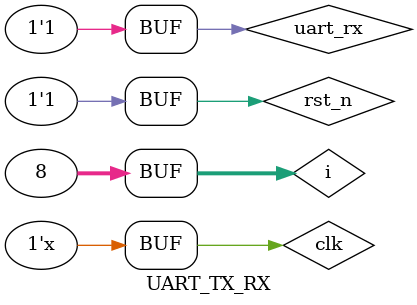
<source format=v>
`timescale 1ns / 1ps


module UART_TX_RX;

	reg clk;
	reg rst_n;
	reg uart_rx;
	wire rx_valid;
	wire [7:0] rx_data;
	initial begin
		// Initialize Inputs
		clk = 0;
		rst_n = 0;

		// Wait 1000 ns for global reset to finish
		#100;
          rst_n = 1;        
		// Add stimulus here
		#20000;
      //  $stop;
	end
   
    always #10 clk = ~ clk;        
   
    parameter                        BPS_115200 = 8680;
    parameter                        SEND_DATA = 8'b1010_0011;  
    
    integer i = 0;
       
      initial begin
        uart_rx = 1'b1;    //bus idle
        #1000 uart_rx = 1'b0;     //stranmit start bit
        
        for (i=0;i<8;i=i+1)
        #BPS_115200 uart_rx = SEND_DATA[i];     //stranmit data bit
      
        #BPS_115200 uart_rx = 1'b0;     //stranmit stop bit
        #BPS_115200 uart_rx = 1'b1;     //bus idle
        
       end   	  


	UART_RX uuu(
    .clk_50m(clk),
    .start(rst_n),
	.rx_data(rx_data),
	.rx_data_valid(rx_valid),
	.rx_data_ready(1'b1),
	.rx_pin(uart_rx)
    );
	
endmodule


</source>
